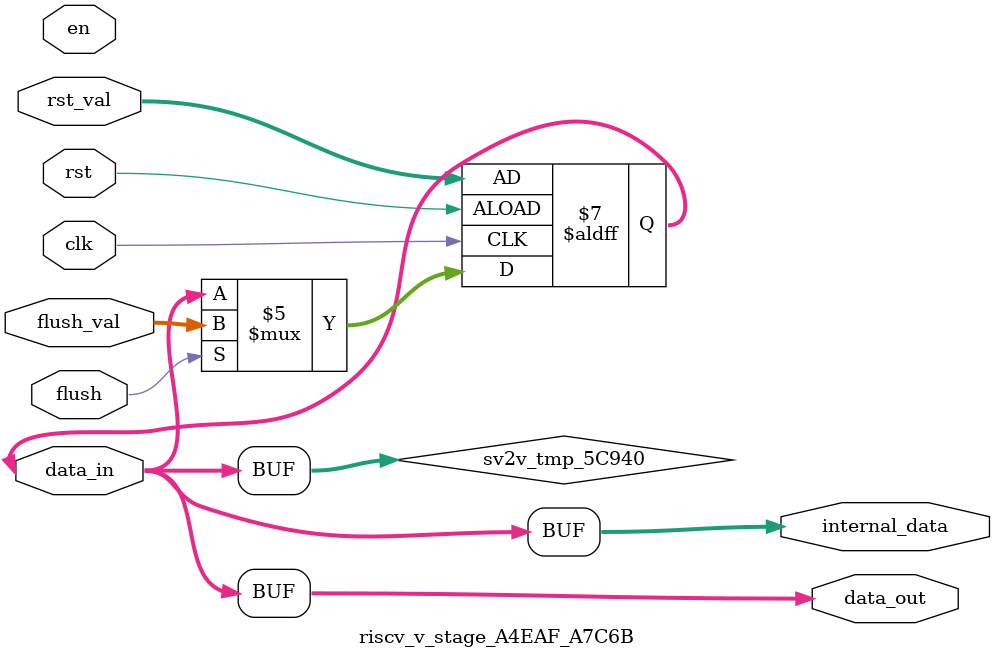
<source format=v>
module riscv_v_stage_A4EAF_A7C6B (
	clk,
	rst,
	en,
	flush,
	rst_val,
	flush_val,
	data_in,
	data_out,
	internal_data
);
	parameter signed [31:0] DATA_T_riscv_pkg_RISCV_INSTR_RS_WIDTH = 0;
	parameter signed [31:0] NUM_STAGES = 1;
	input wire clk;
	input wire rst;
	input wire en;
	input wire flush;
	input wire [DATA_T_riscv_pkg_RISCV_INSTR_RS_WIDTH - 1:0] rst_val;
	input wire [DATA_T_riscv_pkg_RISCV_INSTR_RS_WIDTH - 1:0] flush_val;
	input wire [DATA_T_riscv_pkg_RISCV_INSTR_RS_WIDTH - 1:0] data_in;
	output wire [DATA_T_riscv_pkg_RISCV_INSTR_RS_WIDTH - 1:0] data_out;
	output reg [(NUM_STAGES >= 0 ? ((NUM_STAGES + 1) * DATA_T_riscv_pkg_RISCV_INSTR_RS_WIDTH) - 1 : ((1 - NUM_STAGES) * DATA_T_riscv_pkg_RISCV_INSTR_RS_WIDTH) + ((NUM_STAGES * DATA_T_riscv_pkg_RISCV_INSTR_RS_WIDTH) - 1)):(NUM_STAGES >= 0 ? 0 : NUM_STAGES * DATA_T_riscv_pkg_RISCV_INSTR_RS_WIDTH)] internal_data;
	wire [DATA_T_riscv_pkg_RISCV_INSTR_RS_WIDTH * 1:1] sv2v_tmp_5C940;
	assign sv2v_tmp_5C940 = data_in;
	always @(*) internal_data[(NUM_STAGES >= 0 ? 0 : NUM_STAGES) * DATA_T_riscv_pkg_RISCV_INSTR_RS_WIDTH+:DATA_T_riscv_pkg_RISCV_INSTR_RS_WIDTH] = sv2v_tmp_5C940;
	genvar _gv_idx_1;
	generate
		for (_gv_idx_1 = 1; _gv_idx_1 <= NUM_STAGES; _gv_idx_1 = _gv_idx_1 + 1) begin : gen_stage_data
			localparam idx = _gv_idx_1;
			always @(posedge clk or posedge rst)
				if (rst)
					internal_data[(NUM_STAGES >= 0 ? idx : NUM_STAGES - idx) * DATA_T_riscv_pkg_RISCV_INSTR_RS_WIDTH+:DATA_T_riscv_pkg_RISCV_INSTR_RS_WIDTH] <= rst_val;
				else if (flush)
					internal_data[(NUM_STAGES >= 0 ? idx : NUM_STAGES - idx) * DATA_T_riscv_pkg_RISCV_INSTR_RS_WIDTH+:DATA_T_riscv_pkg_RISCV_INSTR_RS_WIDTH] <= flush_val;
				else if (en)
					internal_data[(NUM_STAGES >= 0 ? idx : NUM_STAGES - idx) * DATA_T_riscv_pkg_RISCV_INSTR_RS_WIDTH+:DATA_T_riscv_pkg_RISCV_INSTR_RS_WIDTH] <= internal_data[(NUM_STAGES >= 0 ? idx - 1 : NUM_STAGES - (idx - 1)) * DATA_T_riscv_pkg_RISCV_INSTR_RS_WIDTH+:DATA_T_riscv_pkg_RISCV_INSTR_RS_WIDTH];
		end
	endgenerate
	assign data_out = internal_data[(NUM_STAGES >= 0 ? NUM_STAGES : NUM_STAGES - NUM_STAGES) * DATA_T_riscv_pkg_RISCV_INSTR_RS_WIDTH+:DATA_T_riscv_pkg_RISCV_INSTR_RS_WIDTH];
endmodule

</source>
